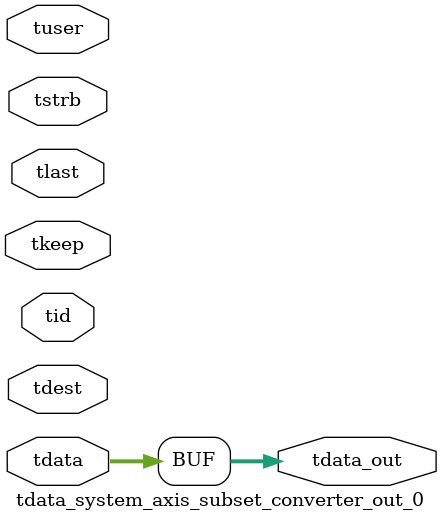
<source format=v>


`timescale 1ps/1ps

module tdata_system_axis_subset_converter_out_0 #
(
parameter C_S_AXIS_TDATA_WIDTH = 32,
parameter C_S_AXIS_TUSER_WIDTH = 0,
parameter C_S_AXIS_TID_WIDTH   = 0,
parameter C_S_AXIS_TDEST_WIDTH = 0,
parameter C_M_AXIS_TDATA_WIDTH = 32
)
(
input  [(C_S_AXIS_TDATA_WIDTH == 0 ? 1 : C_S_AXIS_TDATA_WIDTH)-1:0     ] tdata,
input  [(C_S_AXIS_TUSER_WIDTH == 0 ? 1 : C_S_AXIS_TUSER_WIDTH)-1:0     ] tuser,
input  [(C_S_AXIS_TID_WIDTH   == 0 ? 1 : C_S_AXIS_TID_WIDTH)-1:0       ] tid,
input  [(C_S_AXIS_TDEST_WIDTH == 0 ? 1 : C_S_AXIS_TDEST_WIDTH)-1:0     ] tdest,
input  [(C_S_AXIS_TDATA_WIDTH/8)-1:0 ] tkeep,
input  [(C_S_AXIS_TDATA_WIDTH/8)-1:0 ] tstrb,
input                                                                    tlast,
output [C_M_AXIS_TDATA_WIDTH-1:0] tdata_out
);

assign tdata_out = {tdata[31:0]};

endmodule


</source>
